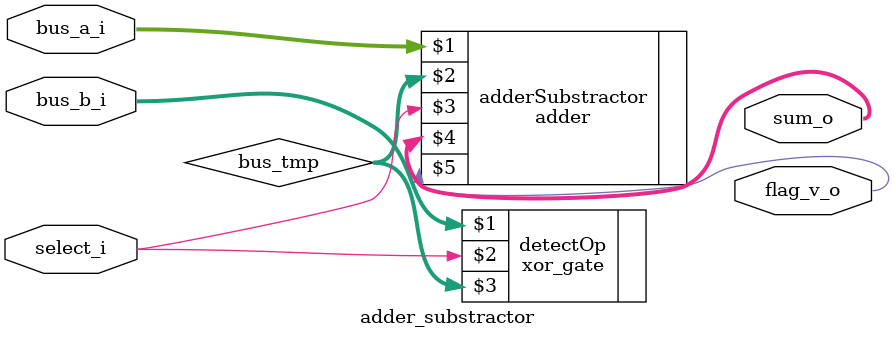
<source format=sv>
module adder_substractor #(parameter bits = 3)
	(input logic[bits-1:0] bus_a_i, bus_b_i,
	 input logic select_i,
	output logic[bits-1:0] sum_o,
	output logic flag_v_o);
	 
	 logic[bits-1:0] bus_tmp;
	 xor_gate #(bits) detectOp(bus_b_i, select_i, bus_tmp);
	 adder #(bits) adderSubstractor(bus_a_i, bus_tmp, select_i, sum_o, flag_v_o);
	 
endmodule

</source>
